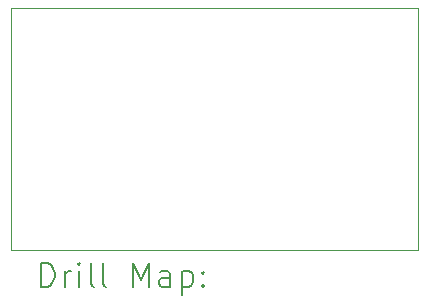
<source format=gbr>
%TF.GenerationSoftware,KiCad,Pcbnew,8.0.9*%
%TF.CreationDate,2025-11-26T13:41:23-05:00*%
%TF.ProjectId,greenenergyecu,67726565-6e65-46e6-9572-67796563752e,rev?*%
%TF.SameCoordinates,Original*%
%TF.FileFunction,Drillmap*%
%TF.FilePolarity,Positive*%
%FSLAX45Y45*%
G04 Gerber Fmt 4.5, Leading zero omitted, Abs format (unit mm)*
G04 Created by KiCad (PCBNEW 8.0.9) date 2025-11-26 13:41:23*
%MOMM*%
%LPD*%
G01*
G04 APERTURE LIST*
%ADD10C,0.050000*%
%ADD11C,0.200000*%
G04 APERTURE END LIST*
D10*
X0Y-4000D02*
X3450000Y-4000D01*
X3450000Y-2054000D01*
X0Y-2054000D01*
X0Y-4000D01*
D11*
X258277Y-2367984D02*
X258277Y-2167984D01*
X258277Y-2167984D02*
X305896Y-2167984D01*
X305896Y-2167984D02*
X334467Y-2177508D01*
X334467Y-2177508D02*
X353515Y-2196555D01*
X353515Y-2196555D02*
X363039Y-2215603D01*
X363039Y-2215603D02*
X372562Y-2253698D01*
X372562Y-2253698D02*
X372562Y-2282270D01*
X372562Y-2282270D02*
X363039Y-2320365D01*
X363039Y-2320365D02*
X353515Y-2339412D01*
X353515Y-2339412D02*
X334467Y-2358460D01*
X334467Y-2358460D02*
X305896Y-2367984D01*
X305896Y-2367984D02*
X258277Y-2367984D01*
X458277Y-2367984D02*
X458277Y-2234650D01*
X458277Y-2272746D02*
X467801Y-2253698D01*
X467801Y-2253698D02*
X477324Y-2244174D01*
X477324Y-2244174D02*
X496372Y-2234650D01*
X496372Y-2234650D02*
X515420Y-2234650D01*
X582086Y-2367984D02*
X582086Y-2234650D01*
X582086Y-2167984D02*
X572563Y-2177508D01*
X572563Y-2177508D02*
X582086Y-2187031D01*
X582086Y-2187031D02*
X591610Y-2177508D01*
X591610Y-2177508D02*
X582086Y-2167984D01*
X582086Y-2167984D02*
X582086Y-2187031D01*
X705896Y-2367984D02*
X686848Y-2358460D01*
X686848Y-2358460D02*
X677324Y-2339412D01*
X677324Y-2339412D02*
X677324Y-2167984D01*
X810658Y-2367984D02*
X791610Y-2358460D01*
X791610Y-2358460D02*
X782086Y-2339412D01*
X782086Y-2339412D02*
X782086Y-2167984D01*
X1039229Y-2367984D02*
X1039229Y-2167984D01*
X1039229Y-2167984D02*
X1105896Y-2310841D01*
X1105896Y-2310841D02*
X1172563Y-2167984D01*
X1172563Y-2167984D02*
X1172563Y-2367984D01*
X1353515Y-2367984D02*
X1353515Y-2263222D01*
X1353515Y-2263222D02*
X1343991Y-2244174D01*
X1343991Y-2244174D02*
X1324944Y-2234650D01*
X1324944Y-2234650D02*
X1286848Y-2234650D01*
X1286848Y-2234650D02*
X1267801Y-2244174D01*
X1353515Y-2358460D02*
X1334467Y-2367984D01*
X1334467Y-2367984D02*
X1286848Y-2367984D01*
X1286848Y-2367984D02*
X1267801Y-2358460D01*
X1267801Y-2358460D02*
X1258277Y-2339412D01*
X1258277Y-2339412D02*
X1258277Y-2320365D01*
X1258277Y-2320365D02*
X1267801Y-2301317D01*
X1267801Y-2301317D02*
X1286848Y-2291793D01*
X1286848Y-2291793D02*
X1334467Y-2291793D01*
X1334467Y-2291793D02*
X1353515Y-2282270D01*
X1448753Y-2234650D02*
X1448753Y-2434650D01*
X1448753Y-2244174D02*
X1467801Y-2234650D01*
X1467801Y-2234650D02*
X1505896Y-2234650D01*
X1505896Y-2234650D02*
X1524943Y-2244174D01*
X1524943Y-2244174D02*
X1534467Y-2253698D01*
X1534467Y-2253698D02*
X1543991Y-2272746D01*
X1543991Y-2272746D02*
X1543991Y-2329889D01*
X1543991Y-2329889D02*
X1534467Y-2348936D01*
X1534467Y-2348936D02*
X1524943Y-2358460D01*
X1524943Y-2358460D02*
X1505896Y-2367984D01*
X1505896Y-2367984D02*
X1467801Y-2367984D01*
X1467801Y-2367984D02*
X1448753Y-2358460D01*
X1629705Y-2348936D02*
X1639229Y-2358460D01*
X1639229Y-2358460D02*
X1629705Y-2367984D01*
X1629705Y-2367984D02*
X1620182Y-2358460D01*
X1620182Y-2358460D02*
X1629705Y-2348936D01*
X1629705Y-2348936D02*
X1629705Y-2367984D01*
X1629705Y-2244174D02*
X1639229Y-2253698D01*
X1639229Y-2253698D02*
X1629705Y-2263222D01*
X1629705Y-2263222D02*
X1620182Y-2253698D01*
X1620182Y-2253698D02*
X1629705Y-2244174D01*
X1629705Y-2244174D02*
X1629705Y-2263222D01*
M02*

</source>
